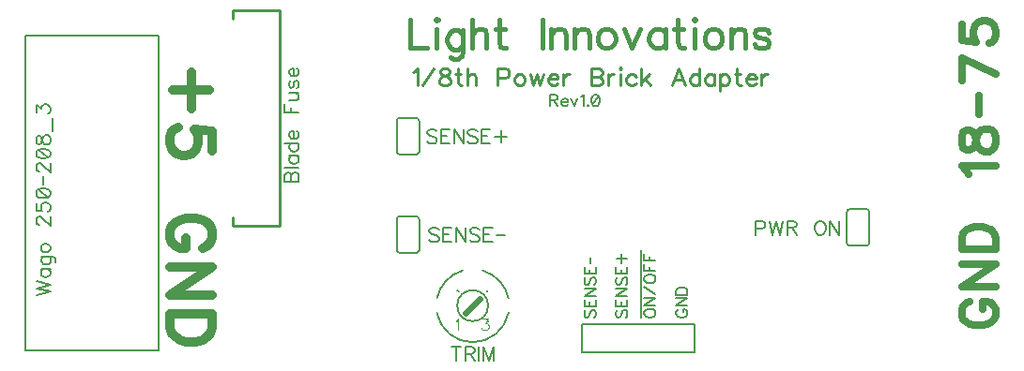
<source format=gto>
G04 DipTrace 3.2.0.1*
G04 TopSilk.GTO*
%MOIN*%
G04 #@! TF.FileFunction,Legend,Top*
G04 #@! TF.Part,Single*
%ADD10C,0.007874*%
%ADD24C,0.006*%
%ADD28C,0.024*%
%ADD31C,0.01*%
%ADD57C,0.00772*%
%ADD58C,0.006176*%
%ADD59C,0.032808*%
%ADD60C,0.026247*%
%ADD61C,0.015439*%
%ADD62C,0.009264*%
%ADD64C,0.003281*%
%FSLAX26Y26*%
G04*
G70*
G90*
G75*
G01*
G04 TopSilk*
%LPD*%
X2466258Y68744D2*
D10*
X2066223D1*
Y168749D1*
X2466258D1*
Y68744D1*
X90601Y1194832D2*
X563042D1*
Y72785D1*
X90601D1*
Y1194832D1*
X1488720Y891252D2*
D24*
Y781246D1*
X1408720Y891252D2*
G02X1418720Y901249I9992J5D01*
G01*
Y771249D2*
G02X1408720Y781246I-8J9992D01*
G01*
X1478720Y771249D2*
G03X1488720Y781246I8J9992D01*
G01*
Y891252D2*
G03X1478720Y901249I-9992J5D01*
G01*
X1418720D1*
X1478720Y771249D2*
X1418720D1*
X1408720Y781246D2*
Y891252D1*
X1488720Y541254D2*
Y431248D1*
X1408720Y541254D2*
G02X1418720Y551251I9992J5D01*
G01*
Y421251D2*
G02X1408720Y431248I-8J9992D01*
G01*
X1478720Y421251D2*
G03X1488720Y431248I8J9992D01*
G01*
Y541254D2*
G03X1478720Y551251I-9992J5D01*
G01*
X1418720D1*
X1478720Y421251D2*
X1418720D1*
X1408720Y431248D2*
Y541254D1*
X3087491Y566254D2*
Y456248D1*
X3007491Y566254D2*
G02X3017491Y576251I9992J5D01*
G01*
Y446251D2*
G02X3007491Y456248I-8J9992D01*
G01*
X3077491Y446251D2*
G03X3087491Y456248I8J9992D01*
G01*
Y566254D2*
G03X3077491Y576251I-9992J5D01*
G01*
X3017491D1*
X3077491Y446251D2*
X3017491D1*
X3007491Y456248D2*
Y566254D1*
X1653728Y207813D2*
D28*
X1703752Y257837D1*
X1728738Y282823D2*
D24*
X1733730Y287815D1*
X1628742Y282823D2*
X1623750Y287815D1*
X1628742Y182827D2*
X1623750Y177835D1*
X1728738Y182827D2*
X1733730Y177835D1*
X1551262Y207319D2*
G03X1678740Y102825I127463J25493D01*
G01*
G03X1806400Y208281I-7J130005D01*
G01*
X1551652Y259293D2*
G02X1643744Y357833I127081J-26463D01*
G01*
X1713736D2*
G02X1805828Y259293I-34989J-125003D01*
G01*
X1623750Y232825D2*
G02X1623750Y232825I54990J0D01*
G01*
X825253Y516732D2*
D31*
X994537D1*
Y1284449D1*
X825253D1*
Y1254892D1*
Y516732D2*
Y546289D1*
X128598Y271442D2*
D57*
X178839Y283435D1*
X128598Y295373D1*
X178839Y307312D1*
X128599Y319305D1*
X145345Y363429D2*
X178838D1*
X152530D2*
X147722Y358676D1*
X145345Y353868D1*
Y346738D1*
X147722Y341929D1*
X152530Y337176D1*
X159715Y334744D1*
X164468D1*
X171653Y337176D1*
X176407Y341929D1*
X178838Y346738D1*
Y353868D1*
X176407Y358676D1*
X171653Y363429D1*
X147722Y407553D2*
X186024D1*
X193153Y405177D1*
X195585Y402800D1*
X197962Y397992D1*
Y390807D1*
X195585Y386053D1*
X154907Y407553D2*
X150154Y402800D1*
X147722Y397992D1*
Y390807D1*
X150154Y386053D1*
X154907Y381245D1*
X162092Y378868D1*
X166900D1*
X174030Y381245D1*
X178838Y386053D1*
X181215Y390807D1*
Y397992D1*
X178838Y402800D1*
X174030Y407553D1*
X145345Y434931D2*
X147722Y430178D1*
X152530Y425369D1*
X159715Y422993D1*
X164468D1*
X171653Y425369D1*
X176407Y430178D1*
X178838Y434931D1*
Y442116D1*
X176407Y446924D1*
X171653Y451677D1*
X164468Y454109D1*
X159715D1*
X152530Y451677D1*
X147722Y446924D1*
X145345Y442116D1*
Y434931D1*
X140592Y520581D2*
X138215D1*
X133407Y522958D1*
X131030Y525335D1*
X128654Y530143D1*
Y539705D1*
X131030Y544458D1*
X133407Y546834D1*
X138215Y549266D1*
X142969D1*
X147777Y546834D1*
X154907Y542081D1*
X178838Y518150D1*
Y551643D1*
X128654Y595767D2*
Y571891D1*
X150154Y569514D1*
X147777Y571891D1*
X145345Y579076D1*
Y586205D1*
X147777Y593390D1*
X152530Y598199D1*
X159715Y600575D1*
X164468D1*
X171653Y598199D1*
X176462Y593390D1*
X178838Y586205D1*
Y579076D1*
X176462Y571891D1*
X174030Y569514D1*
X169277Y567082D1*
X128654Y630385D2*
X131030Y623200D1*
X138215Y618391D1*
X150154Y616015D1*
X157339D1*
X169277Y618391D1*
X176462Y623200D1*
X178838Y630385D1*
Y635138D1*
X176462Y642323D1*
X169277Y647076D1*
X157339Y649508D1*
X150154D1*
X138215Y647076D1*
X131030Y642323D1*
X128654Y635138D1*
Y630385D1*
X138215Y647076D2*
X169277Y618391D1*
X153746Y664947D2*
Y692582D1*
X140592Y710453D2*
X138215D1*
X133407Y712830D1*
X131030Y715206D1*
X128654Y720015D1*
Y729576D1*
X131030Y734330D1*
X133407Y736706D1*
X138215Y739138D1*
X142969D1*
X147777Y736706D1*
X154907Y731953D1*
X178838Y708021D1*
Y741515D1*
X128654Y771324D2*
X131030Y764139D1*
X138215Y759330D1*
X150154Y756954D1*
X157339D1*
X169277Y759330D1*
X176462Y764139D1*
X178838Y771324D1*
Y776077D1*
X176462Y783262D1*
X169277Y788015D1*
X157339Y790447D1*
X150154D1*
X138215Y788015D1*
X131030Y783262D1*
X128654Y776077D1*
Y771324D1*
X138215Y788015D2*
X169277Y759330D1*
X128654Y817825D2*
X131030Y810695D1*
X135784Y808263D1*
X140592D1*
X145345Y810695D1*
X147777Y815448D1*
X150154Y825010D1*
X152530Y832195D1*
X157339Y836948D1*
X162092Y839325D1*
X169277D1*
X174030Y836948D1*
X176462Y834571D1*
X178838Y827386D1*
Y817825D1*
X176462Y810695D1*
X174030Y808263D1*
X169277Y805886D1*
X162092D1*
X157339Y808263D1*
X152530Y813072D1*
X150154Y820201D1*
X147777Y829763D1*
X145345Y834571D1*
X140592Y836948D1*
X135783D1*
X131030Y834571D1*
X128654Y827386D1*
Y817825D1*
X187129Y854764D2*
Y900195D1*
X128654Y920443D2*
Y946696D1*
X147777Y932381D1*
Y939566D1*
X150154Y944319D1*
X152530Y946696D1*
X159715Y949128D1*
X164468D1*
X171653Y946696D1*
X176462Y941943D1*
X178838Y934758D1*
Y927573D1*
X176462Y920443D1*
X174030Y918066D1*
X169277Y915635D1*
X1550787Y852287D2*
X1546034Y857096D1*
X1538849Y859472D1*
X1529287D1*
X1522102Y857096D1*
X1517293Y852287D1*
Y847534D1*
X1519725Y842726D1*
X1522102Y840349D1*
X1526855Y837973D1*
X1541225Y833164D1*
X1546034Y830788D1*
X1548410Y828356D1*
X1550787Y823602D1*
Y816417D1*
X1546034Y811664D1*
X1538849Y809232D1*
X1529287D1*
X1522102Y811664D1*
X1517293Y816417D1*
X1597287Y859472D2*
X1566226D1*
Y809232D1*
X1597287D1*
X1566226Y835541D2*
X1585349D1*
X1646220Y859472D2*
Y809232D1*
X1612727Y859472D1*
Y809232D1*
X1695153Y852287D2*
X1690399Y857096D1*
X1683214Y859472D1*
X1673653D1*
X1666468Y857096D1*
X1661659Y852287D1*
Y847534D1*
X1664091Y842726D1*
X1666468Y840349D1*
X1671221Y837973D1*
X1685591Y833164D1*
X1690399Y830788D1*
X1692776Y828356D1*
X1695153Y823602D1*
Y816417D1*
X1690399Y811664D1*
X1683214Y809232D1*
X1673653D1*
X1666468Y811664D1*
X1661659Y816417D1*
X1741653Y859472D2*
X1710592D1*
Y809232D1*
X1741653D1*
X1710592Y835541D2*
X1729715D1*
X1778592Y855852D2*
Y812797D1*
X1757093Y834297D2*
X1800148D1*
X1558497Y502289D2*
X1553744Y507097D1*
X1546559Y509474D1*
X1536997D1*
X1529812Y507097D1*
X1525003Y502289D1*
Y497536D1*
X1527435Y492727D1*
X1529812Y490350D1*
X1534565Y487974D1*
X1548935Y483165D1*
X1553744Y480789D1*
X1556120Y478357D1*
X1558497Y473604D1*
Y466419D1*
X1553744Y461666D1*
X1546559Y459234D1*
X1536997D1*
X1529812Y461666D1*
X1525003Y466419D1*
X1604998Y509474D2*
X1573936D1*
Y459234D1*
X1604998D1*
X1573936Y485542D2*
X1593059D1*
X1653930Y509474D2*
Y459234D1*
X1620437Y509474D1*
Y459234D1*
X1702863Y502289D2*
X1698110Y507097D1*
X1690924Y509474D1*
X1681363D1*
X1674178Y507097D1*
X1669369Y502289D1*
Y497536D1*
X1671801Y492727D1*
X1674178Y490350D1*
X1678931Y487974D1*
X1693301Y483165D1*
X1698110Y480789D1*
X1700486Y478357D1*
X1702863Y473604D1*
Y466419D1*
X1698110Y461666D1*
X1690924Y459234D1*
X1681363D1*
X1674178Y461666D1*
X1669369Y466419D1*
X1749363Y509474D2*
X1718302D1*
Y459234D1*
X1749363D1*
X1718302Y485542D2*
X1737425D1*
X1764803Y484326D2*
X1792437D1*
X2684017Y508165D2*
X2705572D1*
X2712702Y510542D1*
X2715134Y512974D1*
X2717510Y517727D1*
Y524912D1*
X2715134Y529665D1*
X2712702Y532097D1*
X2705572Y534474D1*
X2684017D1*
Y484234D1*
X2732949Y534474D2*
X2744943Y484234D1*
X2756881Y534474D1*
X2768819Y484234D1*
X2780813Y534474D1*
X2796252Y510542D2*
X2817752D1*
X2824937Y512974D1*
X2827369Y515350D1*
X2829745Y520104D1*
Y524912D1*
X2827369Y529665D1*
X2824937Y532097D1*
X2817752Y534474D1*
X2796252D1*
Y484234D1*
X2812999Y510542D2*
X2829745Y484234D1*
X2908156Y534474D2*
X2903347Y532097D1*
X2898594Y527289D1*
X2896162Y522536D1*
X2893786Y515350D1*
Y503357D1*
X2896162Y496227D1*
X2898594Y491419D1*
X2903347Y486666D1*
X2908156Y484234D1*
X2917717D1*
X2922471Y486666D1*
X2927279Y491419D1*
X2929656Y496227D1*
X2932032Y503357D1*
Y515350D1*
X2929656Y522536D1*
X2927279Y527289D1*
X2922471Y532097D1*
X2917717Y534474D1*
X2908156D1*
X2980965D2*
Y484234D1*
X2947471Y534474D1*
Y484234D1*
X1619711Y86049D2*
Y35809D1*
X1602965Y86049D2*
X1636458D1*
X1651897Y62117D2*
X1673397D1*
X1680582Y64549D1*
X1683014Y66925D1*
X1685391Y71678D1*
Y76487D1*
X1683014Y81240D1*
X1680582Y83672D1*
X1673397Y86049D1*
X1651897D1*
Y35809D1*
X1668644Y62117D2*
X1685391Y35809D1*
X1700830Y86049D2*
Y35809D1*
X1754516D2*
Y86049D1*
X1735392Y35809D1*
X1716269Y86049D1*
Y35809D1*
X1010684Y673550D2*
X1060924D1*
Y695105D1*
X1058492Y702290D1*
X1056115Y704667D1*
X1051362Y707043D1*
X1044177D1*
X1039369Y704667D1*
X1036992Y702290D1*
X1034616Y695105D1*
X1032184Y702290D1*
X1029807Y704667D1*
X1025054Y707043D1*
X1020245D1*
X1015492Y704667D1*
X1013060Y702290D1*
X1010684Y695105D1*
Y673550D1*
X1034615D2*
X1034616Y695105D1*
X1010684Y722483D2*
X1060924D1*
X1027430Y766607D2*
X1060924D1*
X1034616D2*
X1029807Y761854D1*
X1027430Y757045D1*
Y749915D1*
X1029807Y745107D1*
X1034616Y740354D1*
X1041801Y737922D1*
X1046554D1*
X1053739Y740354D1*
X1058492Y745107D1*
X1060924Y749915D1*
Y757045D1*
X1058492Y761854D1*
X1053739Y766607D1*
X1010684Y810731D2*
X1060924D1*
X1034615D2*
X1029807Y805978D1*
X1027430Y801169D1*
Y793984D1*
X1029807Y789231D1*
X1034616Y784423D1*
X1041801Y782046D1*
X1046554D1*
X1053739Y784423D1*
X1058492Y789231D1*
X1060924Y793984D1*
Y801169D1*
X1058492Y805978D1*
X1053739Y810731D1*
X1041801Y826170D2*
Y854855D1*
X1036992D1*
X1032184Y852478D1*
X1029807Y850102D1*
X1027430Y845293D1*
Y838108D1*
X1029807Y833355D1*
X1034615Y828547D1*
X1041801Y826170D1*
X1046554D1*
X1053739Y828547D1*
X1058492Y833355D1*
X1060924Y838108D1*
Y845293D1*
X1058492Y850102D1*
X1053739Y854855D1*
X1010684Y950012D2*
Y918895D1*
X1060924D1*
X1034615D2*
Y938018D1*
X1027430Y965451D2*
X1051362D1*
X1058492Y967828D1*
X1060924Y972636D1*
Y979821D1*
X1058492Y984574D1*
X1051362Y991759D1*
X1027430D2*
X1060924D1*
X1034615Y1033507D2*
X1029807Y1031130D1*
X1027430Y1023945D1*
Y1016760D1*
X1029807Y1009575D1*
X1034615Y1007199D1*
X1039369Y1009575D1*
X1041801Y1014384D1*
X1044177Y1026322D1*
X1046554Y1031130D1*
X1051362Y1033507D1*
X1053739D1*
X1058492Y1031130D1*
X1060924Y1023945D1*
Y1016760D1*
X1058492Y1009575D1*
X1053739Y1007199D1*
X1041801Y1048946D2*
Y1077631D1*
X1036992D1*
X1032184Y1075255D1*
X1029807Y1072878D1*
X1027430Y1068070D1*
Y1060884D1*
X1029807Y1056131D1*
X1034615Y1051323D1*
X1041801Y1048946D1*
X1046554D1*
X1053739Y1051323D1*
X1058492Y1056131D1*
X1060924Y1060884D1*
Y1068070D1*
X1058492Y1072878D1*
X1053739Y1077631D1*
X2081396Y218145D2*
D58*
X2077550Y214343D1*
X2075648Y208595D1*
Y200945D1*
X2077550Y195197D1*
X2081396Y191350D1*
X2085199D1*
X2089046Y193296D1*
X2090947Y195197D1*
X2092848Y199000D1*
X2096695Y210496D1*
X2098596Y214343D1*
X2100542Y216244D1*
X2104344Y218145D1*
X2110092D1*
X2113895Y214342D1*
X2115840Y208594D1*
Y200945D1*
X2113895Y195197D1*
X2110092Y191350D1*
X2075648Y255346D2*
Y230496D1*
X2115840D1*
Y255346D1*
X2094794Y230496D2*
Y245795D1*
X2075648Y294492D2*
X2115840D1*
X2075648Y267697D1*
X2115840D1*
X2081396Y333638D2*
X2077550Y329835D1*
X2075648Y324087D1*
Y316438D1*
X2077550Y310690D1*
X2081396Y306843D1*
X2085199D1*
X2089046Y308789D1*
X2090947Y310690D1*
X2092848Y314492D1*
X2096695Y325988D1*
X2098596Y329835D1*
X2100542Y331736D1*
X2104344Y333638D1*
X2110092D1*
X2113895Y329835D1*
X2115840Y324087D1*
Y316438D1*
X2113895Y310690D1*
X2110092Y306843D1*
X2075648Y370838D2*
Y345989D1*
X2115840D1*
Y370838D1*
X2094794Y345989D2*
Y361288D1*
X2095766Y383190D2*
Y405297D1*
X2193896Y218145D2*
X2190050Y214343D1*
X2188148Y208595D1*
Y200945D1*
X2190050Y195197D1*
X2193896Y191350D1*
X2197699D1*
X2201546Y193296D1*
X2203447Y195197D1*
X2205348Y199000D1*
X2209195Y210496D1*
X2211096Y214343D1*
X2213042Y216244D1*
X2216844Y218145D1*
X2222592D1*
X2226395Y214342D1*
X2228340Y208594D1*
Y200945D1*
X2226395Y195197D1*
X2222592Y191350D1*
X2188148Y255346D2*
Y230496D1*
X2228340D1*
Y255346D1*
X2207294Y230496D2*
Y245795D1*
X2188148Y294492D2*
X2228340D1*
X2188148Y267697D1*
X2228340D1*
X2193896Y333638D2*
X2190050Y329835D1*
X2188148Y324087D1*
Y316438D1*
X2190050Y310690D1*
X2193896Y306843D1*
X2197699D1*
X2201546Y308789D1*
X2203447Y310690D1*
X2205348Y314492D1*
X2209195Y325988D1*
X2211096Y329835D1*
X2213042Y331736D1*
X2216844Y333638D1*
X2222592D1*
X2226395Y329835D1*
X2228340Y324087D1*
Y316438D1*
X2226395Y310690D1*
X2222592Y306843D1*
X2188148Y370838D2*
Y345989D1*
X2228340D1*
Y370838D1*
X2207294Y345989D2*
Y361288D1*
X2191044Y400390D2*
X2225488D1*
X2208289Y383190D2*
Y417634D1*
X2288148Y202847D2*
X2290050Y199000D1*
X2293896Y195197D1*
X2297699Y193252D1*
X2303447Y191350D1*
X2313042D1*
X2318746Y193252D1*
X2322592Y195197D1*
X2326395Y199000D1*
X2328340Y202846D1*
Y210496D1*
X2326395Y214298D1*
X2322592Y218145D1*
X2318746Y220046D1*
X2313042Y221948D1*
X2303447D1*
X2297699Y220046D1*
X2293896Y218145D1*
X2290050Y214298D1*
X2288148Y210496D1*
Y202847D1*
Y261094D2*
X2328340D1*
X2288148Y234299D1*
X2328340D1*
Y273445D2*
X2288193Y300240D1*
X2288148Y324087D2*
X2290050Y320240D1*
X2293896Y316438D1*
X2297699Y314492D1*
X2303447Y312591D1*
X2313042D1*
X2318746Y314492D1*
X2322592Y316438D1*
X2326395Y320240D1*
X2328340Y324087D1*
Y331736D1*
X2326395Y335539D1*
X2322592Y339386D1*
X2318746Y341287D1*
X2313042Y343188D1*
X2303447D1*
X2297699Y341287D1*
X2293896Y339386D1*
X2290050Y335539D1*
X2288148Y331736D1*
Y324087D1*
Y380433D2*
Y355540D1*
X2328340D1*
X2307294D2*
Y370838D1*
X2288148Y417678D2*
Y392784D1*
X2328340D1*
X2307294D2*
Y408083D1*
X2277669Y191350D2*
Y430029D1*
X2410199Y220046D2*
X2406396Y218145D1*
X2402550Y214298D1*
X2400648Y210496D1*
Y202847D1*
X2402550Y199000D1*
X2406396Y195197D1*
X2410199Y193252D1*
X2415947Y191350D1*
X2425542D1*
X2431246Y193252D1*
X2435092Y195197D1*
X2438895Y199000D1*
X2440840Y202846D1*
Y210496D1*
X2438895Y214298D1*
X2435092Y218145D1*
X2431246Y220046D1*
X2425542D1*
Y210496D1*
X2400648Y259192D2*
X2440840D1*
X2400648Y232398D1*
X2440840D1*
X2400648Y271544D2*
X2440840D1*
Y284941D1*
X2438895Y290689D1*
X2435092Y294536D1*
X2431246Y296437D1*
X2425542Y298338D1*
X2415947D1*
X2410199Y296437D1*
X2406396Y294536D1*
X2402550Y290689D1*
X2400648Y284941D1*
Y271544D1*
X743924Y998971D2*
D59*
X614759Y998972D1*
X679259Y1063471D2*
Y934306D1*
X754619Y782635D2*
Y854264D1*
X690119Y861394D1*
X697249Y854264D1*
X704545Y832709D1*
Y811320D1*
X697249Y789765D1*
X682990Y775339D1*
X661434Y768209D1*
X647175D1*
X625620Y775339D1*
X611194Y789765D1*
X604065Y811320D1*
Y832709D1*
X611194Y854264D1*
X618490Y861394D1*
X632750Y868689D1*
X718970Y437111D2*
X733230Y444240D1*
X747655Y458666D1*
X754785Y472925D1*
Y501610D1*
X747655Y516035D1*
X733230Y530295D1*
X718970Y537591D1*
X697415Y544720D1*
X661434D1*
X640045Y537591D1*
X625620Y530295D1*
X611360Y516035D1*
X604065Y501610D1*
Y472925D1*
X611360Y458666D1*
X625620Y444240D1*
X640045Y437111D1*
X661434D1*
Y472925D1*
X754785Y271014D2*
X604065D1*
X754785Y371494D1*
X604065D1*
X754785Y205397D2*
X604065D1*
Y155157D1*
X611360Y133602D1*
X625620Y119177D1*
X640045Y112047D1*
X661434Y104917D1*
X697415D1*
X718970Y112047D1*
X733230Y119177D1*
X747655Y133602D1*
X754785Y155157D1*
Y205397D1*
X3438833Y700129D2*
D60*
X3432996Y711669D1*
X3415885Y728913D1*
X3536328D1*
X3415885Y810058D2*
X3421589Y792947D1*
X3432996Y787110D1*
X3444537D1*
X3455944Y792947D1*
X3461781Y804354D1*
X3467485Y827302D1*
X3473188Y844546D1*
X3484729Y855954D1*
X3496136Y861658D1*
X3513380D1*
X3524788Y855954D1*
X3530625Y850250D1*
X3536328Y833006D1*
Y810058D1*
X3530625Y792947D1*
X3524788Y787110D1*
X3513380Y781406D1*
X3496136D1*
X3484729Y787110D1*
X3473188Y798651D1*
X3467485Y815762D1*
X3461781Y838710D1*
X3455944Y850250D1*
X3444537Y855954D1*
X3432996D1*
X3421589Y850250D1*
X3415885Y833006D1*
Y810058D1*
X3476107Y914151D2*
Y980475D1*
X3536328Y1055916D2*
X3415885Y1113352D1*
Y1032968D1*
Y1234689D2*
Y1177386D1*
X3467485Y1171682D1*
X3461781Y1177386D1*
X3455944Y1194630D1*
Y1211741D1*
X3461781Y1228985D1*
X3473188Y1240526D1*
X3490432Y1246230D1*
X3501840D1*
X3519084Y1240526D1*
X3530624Y1228985D1*
X3536328Y1211741D1*
Y1194630D1*
X3530624Y1177386D1*
X3524788Y1171682D1*
X3513380Y1165846D1*
X3444404Y248474D2*
X3432996Y242770D1*
X3421456Y231230D1*
X3415752Y219822D1*
Y196874D1*
X3421456Y185334D1*
X3432996Y173926D1*
X3444404Y168090D1*
X3461648Y162386D1*
X3490432D1*
X3507544Y168090D1*
X3519084Y173926D1*
X3530492Y185334D1*
X3536328Y196874D1*
Y219822D1*
X3530492Y231230D1*
X3519084Y242770D1*
X3507544Y248474D1*
X3490433D1*
Y219822D1*
X3415752Y381351D2*
X3536328D1*
X3415752Y300967D1*
X3536328D1*
X3415752Y433845D2*
X3536328D1*
Y474037D1*
X3530492Y491281D1*
X3519084Y502821D1*
X3507544Y508525D1*
X3490432Y514229D1*
X3461648D1*
X3444404Y508525D1*
X3432996Y502821D1*
X3421456Y491281D1*
X3415752Y474037D1*
Y433845D1*
X1458372Y1250420D2*
D61*
Y1149940D1*
X1515742D1*
X1546620Y1250420D2*
X1551373Y1245667D1*
X1556237Y1250420D1*
X1551373Y1255284D1*
X1546620Y1250420D1*
X1551373Y1216927D2*
Y1149940D1*
X1644485Y1212173D2*
Y1135570D1*
X1639732Y1121310D1*
X1634979Y1116447D1*
X1625362Y1111693D1*
X1610992D1*
X1601486Y1116447D1*
X1644485Y1197803D2*
X1634979Y1207310D1*
X1625362Y1212173D1*
X1610992D1*
X1601486Y1207310D1*
X1591869Y1197803D1*
X1587116Y1183433D1*
Y1173816D1*
X1591869Y1159557D1*
X1601486Y1149940D1*
X1610992Y1145187D1*
X1625362D1*
X1634979Y1149940D1*
X1644485Y1159557D1*
X1675364Y1250420D2*
Y1149940D1*
Y1197803D2*
X1689734Y1212173D1*
X1699351Y1216927D1*
X1713721D1*
X1723227Y1212173D1*
X1727980Y1197803D1*
Y1149940D1*
X1773229Y1250420D2*
Y1169063D1*
X1777982Y1154804D1*
X1787599Y1149940D1*
X1797105D1*
X1758859Y1216927D2*
X1792352D1*
X1925186Y1250420D2*
Y1149940D1*
X1956064Y1216927D2*
Y1149940D1*
Y1197803D2*
X1970434Y1212173D1*
X1980051Y1216927D1*
X1994311D1*
X2003928Y1212173D1*
X2008681Y1197803D1*
Y1149940D1*
X2039559Y1216927D2*
Y1149940D1*
Y1197803D2*
X2053929Y1212173D1*
X2063546Y1216927D1*
X2077806D1*
X2087423Y1212173D1*
X2092176Y1197803D1*
Y1149940D1*
X2146931Y1216927D2*
X2137425Y1212173D1*
X2127808Y1202556D1*
X2123054Y1188186D1*
Y1178680D1*
X2127808Y1164310D1*
X2137425Y1154804D1*
X2146931Y1149940D1*
X2161301D1*
X2170918Y1154804D1*
X2180424Y1164310D1*
X2185288Y1178680D1*
Y1188186D1*
X2180424Y1202556D1*
X2170918Y1212173D1*
X2161301Y1216927D1*
X2146931D1*
X2216166D2*
X2244907Y1149940D1*
X2273536Y1216927D1*
X2361785D2*
Y1149940D1*
Y1202556D2*
X2352278Y1212173D1*
X2342661Y1216927D1*
X2328402D1*
X2318785Y1212173D1*
X2309278Y1202556D1*
X2304415Y1188186D1*
Y1178680D1*
X2309278Y1164310D1*
X2318785Y1154804D1*
X2328402Y1149940D1*
X2342661D1*
X2352278Y1154804D1*
X2361785Y1164310D1*
X2407033Y1250420D2*
Y1169063D1*
X2411786Y1154804D1*
X2421403Y1149940D1*
X2430910D1*
X2392663Y1216927D2*
X2426156D1*
X2461788Y1250420D2*
X2466541Y1245667D1*
X2471405Y1250420D1*
X2466541Y1255284D1*
X2461788Y1250420D1*
X2466541Y1216927D2*
Y1149940D1*
X2526160Y1216927D2*
X2516653Y1212173D1*
X2507037Y1202556D1*
X2502283Y1188186D1*
Y1178680D1*
X2507037Y1164310D1*
X2516653Y1154804D1*
X2526160Y1149940D1*
X2540530D1*
X2550147Y1154804D1*
X2559653Y1164310D1*
X2564517Y1178680D1*
Y1188186D1*
X2559653Y1202556D1*
X2550147Y1212173D1*
X2540530Y1216927D1*
X2526160D1*
X2595395D2*
Y1149940D1*
Y1197803D2*
X2609765Y1212173D1*
X2619382Y1216927D1*
X2633642D1*
X2643259Y1212173D1*
X2648012Y1197803D1*
Y1149940D1*
X2731507Y1202556D2*
X2726754Y1212173D1*
X2712384Y1216927D1*
X2698014D1*
X2683644Y1212173D1*
X2678890Y1202556D1*
X2683644Y1193050D1*
X2693261Y1188186D1*
X2717137Y1183433D1*
X2726754Y1178680D1*
X2731507Y1169063D1*
Y1164310D1*
X2726754Y1154804D1*
X2712384Y1149940D1*
X2698014D1*
X2683644Y1154804D1*
X2678890Y1164310D1*
X1467784Y1064947D2*
D62*
X1473554Y1067865D1*
X1482176Y1076421D1*
Y1016199D1*
X1500703D2*
X1540895Y1076421D1*
X1573748D2*
X1565193Y1073569D1*
X1562274Y1067865D1*
Y1062095D1*
X1565193Y1056391D1*
X1570896Y1053473D1*
X1582370Y1050621D1*
X1590992Y1047769D1*
X1596696Y1041999D1*
X1599548Y1036295D1*
Y1027673D1*
X1596696Y1021969D1*
X1593844Y1019051D1*
X1585222Y1016199D1*
X1573748D1*
X1565193Y1019051D1*
X1562274Y1021969D1*
X1559422Y1027673D1*
Y1036295D1*
X1562274Y1041999D1*
X1568044Y1047769D1*
X1576600Y1050621D1*
X1588074Y1053473D1*
X1593844Y1056391D1*
X1596696Y1062095D1*
Y1067865D1*
X1593844Y1073569D1*
X1585222Y1076421D1*
X1573748D1*
X1626697Y1076487D2*
Y1027673D1*
X1629549Y1019117D1*
X1635319Y1016199D1*
X1641023D1*
X1618075Y1056391D2*
X1638171D1*
X1659550Y1076487D2*
Y1016199D1*
Y1044917D2*
X1668172Y1053539D1*
X1673942Y1056391D1*
X1682564D1*
X1688268Y1053539D1*
X1691120Y1044917D1*
Y1016199D1*
X1767968Y1044917D2*
X1793835D1*
X1802390Y1047769D1*
X1805308Y1050687D1*
X1808160Y1056391D1*
Y1065013D1*
X1805308Y1070717D1*
X1802390Y1073635D1*
X1793835Y1076487D1*
X1767968D1*
Y1016199D1*
X1841013Y1056391D2*
X1835310Y1053539D1*
X1829539Y1047769D1*
X1826687Y1039147D1*
Y1033443D1*
X1829539Y1024821D1*
X1835310Y1019117D1*
X1841013Y1016199D1*
X1849635D1*
X1855406Y1019117D1*
X1861109Y1024821D1*
X1864028Y1033443D1*
Y1039147D1*
X1861109Y1047769D1*
X1855406Y1053539D1*
X1849635Y1056391D1*
X1841013D1*
X1882555D2*
X1894029Y1016199D1*
X1905503Y1056391D1*
X1916977Y1016199D1*
X1928450Y1056391D1*
X1946978Y1039147D2*
X1981399D1*
Y1044917D1*
X1978548Y1050687D1*
X1975696Y1053539D1*
X1969926Y1056391D1*
X1961303D1*
X1955600Y1053539D1*
X1949830Y1047769D1*
X1946978Y1039147D1*
Y1033443D1*
X1949830Y1024821D1*
X1955600Y1019117D1*
X1961303Y1016199D1*
X1969926D1*
X1975696Y1019117D1*
X1981399Y1024821D1*
X1999927Y1056391D2*
Y1016199D1*
Y1039147D2*
X2002845Y1047769D1*
X2008549Y1053539D1*
X2014319Y1056391D1*
X2022941D1*
X2099789Y1076487D2*
Y1016199D1*
X2125655D1*
X2134277Y1019117D1*
X2137129Y1021969D1*
X2139981Y1027673D1*
Y1036295D1*
X2137129Y1042065D1*
X2134277Y1044917D1*
X2125655Y1047769D1*
X2134277Y1050687D1*
X2137129Y1053539D1*
X2139981Y1059243D1*
Y1065013D1*
X2137129Y1070717D1*
X2134277Y1073635D1*
X2125655Y1076487D1*
X2099789D1*
Y1047769D2*
X2125655D1*
X2158508Y1056391D2*
Y1016199D1*
Y1039147D2*
X2161426Y1047769D1*
X2167130Y1053539D1*
X2172900Y1056391D1*
X2181522D1*
X2200049Y1076487D2*
X2202901Y1073635D1*
X2205820Y1076487D1*
X2202901Y1079405D1*
X2200049Y1076487D1*
X2202901Y1056391D2*
Y1016199D1*
X2258835Y1047769D2*
X2253065Y1053539D1*
X2247295Y1056391D1*
X2238739D1*
X2232969Y1053539D1*
X2227265Y1047769D1*
X2224347Y1039147D1*
Y1033443D1*
X2227265Y1024821D1*
X2232969Y1019117D1*
X2238739Y1016199D1*
X2247295D1*
X2253065Y1019117D1*
X2258835Y1024821D1*
X2277362Y1076487D2*
Y1016199D1*
X2306080Y1056391D2*
X2277362Y1027673D1*
X2288836Y1039147D2*
X2308932Y1016199D1*
X2431742D2*
X2408728Y1076487D1*
X2385780Y1016199D1*
X2394402Y1036295D2*
X2423120D1*
X2484691Y1076487D2*
Y1016199D1*
Y1047769D2*
X2478988Y1053539D1*
X2473217Y1056391D1*
X2464595D1*
X2458891Y1053539D1*
X2453121Y1047769D1*
X2450269Y1039147D1*
Y1033443D1*
X2453121Y1024821D1*
X2458891Y1019117D1*
X2464595Y1016199D1*
X2473217D1*
X2478988Y1019117D1*
X2484691Y1024821D1*
X2537640Y1056391D2*
Y1016199D1*
Y1047769D2*
X2531936Y1053539D1*
X2526166Y1056391D1*
X2517611D1*
X2511840Y1053539D1*
X2506137Y1047769D1*
X2503218Y1039147D1*
Y1033443D1*
X2506137Y1024821D1*
X2511840Y1019117D1*
X2517611Y1016199D1*
X2526166D1*
X2531936Y1019117D1*
X2537640Y1024821D1*
X2556167Y1056391D2*
Y996103D1*
Y1047769D2*
X2561938Y1053473D1*
X2567641Y1056391D1*
X2576263D1*
X2582034Y1053473D1*
X2587737Y1047769D1*
X2590656Y1039147D1*
Y1033377D1*
X2587737Y1024821D1*
X2582034Y1019051D1*
X2576263Y1016199D1*
X2567641D1*
X2561938Y1019051D1*
X2556167Y1024821D1*
X2617805Y1076487D2*
Y1027673D1*
X2620657Y1019117D1*
X2626427Y1016199D1*
X2632131D1*
X2609183Y1056391D2*
X2629279D1*
X2650658Y1039147D2*
X2685080D1*
Y1044917D1*
X2682228Y1050687D1*
X2679376Y1053539D1*
X2673606Y1056391D1*
X2664984D1*
X2659280Y1053539D1*
X2653510Y1047769D1*
X2650658Y1039147D1*
Y1033443D1*
X2653510Y1024821D1*
X2659280Y1019117D1*
X2664984Y1016199D1*
X2673606D1*
X2679376Y1019117D1*
X2685080Y1024821D1*
X2703607Y1056391D2*
Y1016199D1*
Y1039147D2*
X2706525Y1047769D1*
X2712229Y1053539D1*
X2717999Y1056391D1*
X2726621D1*
X1953740Y964125D2*
D58*
X1970940D1*
X1976688Y966070D1*
X1978633Y967972D1*
X1980535Y971774D1*
Y975621D1*
X1978633Y979424D1*
X1976688Y981369D1*
X1970940Y983270D1*
X1953740D1*
Y943078D1*
X1967137Y964125D2*
X1980535Y943078D1*
X1992886Y958377D2*
X2015834D1*
Y962224D1*
X2013933Y966070D1*
X2012032Y967972D1*
X2008185Y969873D1*
X2002437D1*
X1998634Y967972D1*
X1994787Y964125D1*
X1992886Y958377D1*
Y954574D1*
X1994787Y948826D1*
X1998634Y945024D1*
X2002437Y943078D1*
X2008185D1*
X2012032Y945024D1*
X2015834Y948826D1*
X2028185Y969873D2*
X2039682Y943078D1*
X2051133Y969873D1*
X2063485Y975577D2*
X2067332Y977522D1*
X2073080Y983226D1*
Y943078D1*
X2087332Y946925D2*
X2085431Y944980D1*
X2087332Y943078D1*
X2089278Y944980D1*
X2087332Y946925D1*
X2113125Y983226D2*
X2107377Y981325D1*
X2103530Y975577D1*
X2101629Y966026D1*
Y960278D1*
X2103530Y950728D1*
X2107377Y944980D1*
X2113125Y943078D1*
X2116928D1*
X2122676Y944980D1*
X2126478Y950728D1*
X2128424Y960278D1*
Y966026D1*
X2126478Y975577D1*
X2122676Y981325D1*
X2116928Y983226D1*
X2113125D1*
X2126478Y975577D2*
X2103530Y950728D1*
X1712593Y186550D2*
D64*
X1733596D1*
X1722144Y171251D1*
X1727892D1*
X1731694Y169350D1*
X1733596Y167449D1*
X1735541Y161701D1*
Y157898D1*
X1733596Y152150D1*
X1729793Y148303D1*
X1724045Y146402D1*
X1718297D1*
X1712593Y148303D1*
X1710692Y150249D1*
X1708747Y154051D1*
X1618735Y178900D2*
X1622581Y180846D1*
X1628329Y186550D1*
Y146402D1*
M02*

</source>
